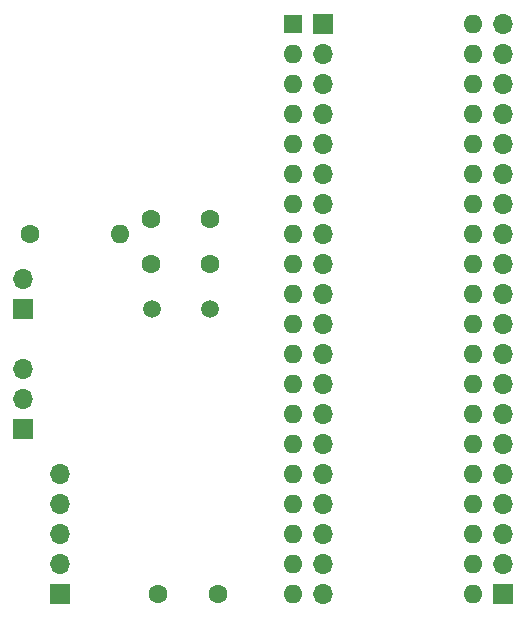
<source format=gbr>
%TF.GenerationSoftware,KiCad,Pcbnew,8.0.3+1*%
%TF.CreationDate,2024-07-31T15:36:37+02:00*%
%TF.ProjectId,QL_diren_keyboard_adapter,514c5f64-6972-4656-9e5f-6b6579626f61,0*%
%TF.SameCoordinates,Original*%
%TF.FileFunction,Copper,L1,Top*%
%TF.FilePolarity,Positive*%
%FSLAX46Y46*%
G04 Gerber Fmt 4.6, Leading zero omitted, Abs format (unit mm)*
G04 Created by KiCad (PCBNEW 8.0.3+1) date 2024-07-31 15:36:37*
%MOMM*%
%LPD*%
G01*
G04 APERTURE LIST*
%TA.AperFunction,ComponentPad*%
%ADD10R,1.600000X1.600000*%
%TD*%
%TA.AperFunction,ComponentPad*%
%ADD11O,1.600000X1.600000*%
%TD*%
%TA.AperFunction,ComponentPad*%
%ADD12R,1.700000X1.700000*%
%TD*%
%TA.AperFunction,ComponentPad*%
%ADD13O,1.700000X1.700000*%
%TD*%
%TA.AperFunction,ComponentPad*%
%ADD14C,1.600000*%
%TD*%
%TA.AperFunction,ComponentPad*%
%ADD15C,1.500000*%
%TD*%
%ADD16C,0.350000*%
G04 APERTURE END LIST*
D10*
%TO.P,U1,1,T0*%
%TO.N,Net-(J1-Pin_1)*%
X101600000Y-63500000D03*
D11*
%TO.P,U1,2,X1*%
%TO.N,Net-(J1-Pin_2)*%
X101600000Y-66040000D03*
%TO.P,U1,3,X2*%
%TO.N,Net-(J1-Pin_3)*%
X101600000Y-68580000D03*
%TO.P,U1,4,~{RESET}*%
%TO.N,Net-(J1-Pin_4)*%
X101600000Y-71120000D03*
%TO.P,U1,5,~{SS}*%
%TO.N,Net-(J1-Pin_5)*%
X101600000Y-73660000D03*
%TO.P,U1,6,~{INT}*%
%TO.N,Net-(J1-Pin_6)*%
X101600000Y-76200000D03*
%TO.P,U1,7,EA*%
%TO.N,Net-(J1-Pin_7)*%
X101600000Y-78740000D03*
%TO.P,U1,8,~{RD}*%
%TO.N,Net-(J1-Pin_8)*%
X101600000Y-81280000D03*
%TO.P,U1,9,~{PSEN}*%
%TO.N,Net-(J1-Pin_9)*%
X101600000Y-83820000D03*
%TO.P,U1,10,~{WR}*%
%TO.N,Net-(J1-Pin_10)*%
X101600000Y-86360000D03*
%TO.P,U1,11,ALE*%
%TO.N,Net-(J1-Pin_11)*%
X101600000Y-88900000D03*
%TO.P,U1,12,DB.0*%
%TO.N,/KBI00*%
X101600000Y-91440000D03*
%TO.P,U1,13,DB.1*%
%TO.N,/KBI01*%
X101600000Y-93980000D03*
%TO.P,U1,14,DB.2*%
%TO.N,/KBI02*%
X101600000Y-96520000D03*
%TO.P,U1,15,DB.3*%
%TO.N,/KBI03*%
X101600000Y-99060000D03*
%TO.P,U1,16,DB.4*%
%TO.N,/KBI04*%
X101600000Y-101600000D03*
%TO.P,U1,17,DB.5*%
%TO.N,/KBI05*%
X101600000Y-104140000D03*
%TO.P,U1,18,DB.6*%
%TO.N,/KBI06*%
X101600000Y-106680000D03*
%TO.P,U1,19,DB.7*%
%TO.N,/KBI07*%
X101600000Y-109220000D03*
%TO.P,U1,20,GND*%
%TO.N,GND*%
X101600000Y-111760000D03*
%TO.P,U1,21,P2.0*%
%TO.N,Net-(J2-Pin_1)*%
X116840000Y-111760000D03*
%TO.P,U1,22,P2.1*%
%TO.N,Net-(J2-Pin_2)*%
X116840000Y-109220000D03*
%TO.P,U1,23,P2.2*%
%TO.N,Net-(J2-Pin_3)*%
X116840000Y-106680000D03*
%TO.P,U1,24,P2.3*%
%TO.N,Net-(J2-Pin_4)*%
X116840000Y-104140000D03*
%TO.P,U1,25,PROG*%
%TO.N,Net-(J2-Pin_5)*%
X116840000Y-101600000D03*
%TO.P,U1,26,Vpp/VDD*%
%TO.N,Net-(J2-Pin_6)*%
X116840000Y-99060000D03*
%TO.P,U1,27,P1.0*%
%TO.N,/KBO00*%
X116840000Y-96520000D03*
%TO.P,U1,28,P1.1*%
%TO.N,/KBO01*%
X116840000Y-93980000D03*
%TO.P,U1,29,P1.2*%
%TO.N,/KBO02*%
X116840000Y-91440000D03*
%TO.P,U1,30,P1.3*%
%TO.N,/KBO03*%
X116840000Y-88900000D03*
%TO.P,U1,31,P1.4*%
%TO.N,/KBO04*%
X116840000Y-86360000D03*
%TO.P,U1,32,P1.5*%
%TO.N,/KBO05*%
X116840000Y-83820000D03*
%TO.P,U1,33,P1.6*%
%TO.N,/KBO06*%
X116840000Y-81280000D03*
%TO.P,U1,34,P1.7*%
%TO.N,/KBO07*%
X116840000Y-78740000D03*
%TO.P,U1,35,P2.4*%
%TO.N,Net-(J2-Pin_15)*%
X116840000Y-76200000D03*
%TO.P,U1,36,P2.5*%
%TO.N,Net-(J2-Pin_16)*%
X116840000Y-73660000D03*
%TO.P,U1,37,P2.6*%
%TO.N,Net-(J2-Pin_17)*%
X116840000Y-71120000D03*
%TO.P,U1,38,P2.7*%
%TO.N,Net-(J2-Pin_18)*%
X116840000Y-68580000D03*
%TO.P,U1,39,T1*%
%TO.N,Net-(J2-Pin_19)*%
X116840000Y-66040000D03*
%TO.P,U1,40,VCC*%
%TO.N,+5V*%
X116840000Y-63500000D03*
%TD*%
D12*
%TO.P,J5,1,Pin_1*%
%TO.N,GND*%
X78740000Y-97790000D03*
D13*
%TO.P,J5,2,Pin_2*%
%TO.N,Net-(J5-Pin_2)*%
X78740000Y-95250000D03*
%TO.P,J5,3,Pin_3*%
%TO.N,+5V*%
X78740000Y-92710000D03*
%TD*%
D14*
%TO.P,C2,1*%
%TO.N,Net-(U2-OSC1{slash}CLKIN)*%
X94615000Y-80010000D03*
%TO.P,C2,2*%
%TO.N,GND*%
X89615000Y-80010000D03*
%TD*%
%TO.P,C1,1*%
%TO.N,Net-(U2-OSC2{slash}CLKOUT)*%
X94615000Y-83820000D03*
%TO.P,C1,2*%
%TO.N,GND*%
X89615000Y-83820000D03*
%TD*%
%TO.P,C3,1*%
%TO.N,+5V*%
X90250000Y-111760000D03*
%TO.P,C3,2*%
%TO.N,GND*%
X95250000Y-111760000D03*
%TD*%
D15*
%TO.P,Y1,1,1*%
%TO.N,Net-(U2-OSC1{slash}CLKIN)*%
X89715000Y-87600000D03*
%TO.P,Y1,2,2*%
%TO.N,Net-(U2-OSC2{slash}CLKOUT)*%
X94615000Y-87600000D03*
%TD*%
D12*
%TO.P,J4,1,Pin_1*%
%TO.N,Net-(J4-Pin_1)*%
X78740000Y-87630000D03*
D13*
%TO.P,J4,2,Pin_2*%
%TO.N,+5V*%
X78740000Y-85090000D03*
%TD*%
D14*
%TO.P,R1,1*%
%TO.N,Net-(J4-Pin_1)*%
X79375000Y-81280000D03*
D11*
%TO.P,R1,2*%
%TO.N,GND*%
X86995000Y-81280000D03*
%TD*%
D12*
%TO.P,J3,1,Pin_1*%
%TO.N,+5V*%
X81915000Y-111760000D03*
D13*
%TO.P,J3,2,Pin_2*%
%TO.N,GND*%
X81915000Y-109220000D03*
%TO.P,J3,3,Pin_3*%
X81915000Y-106680000D03*
%TO.P,J3,4,Pin_4*%
%TO.N,Net-(J3-Pin_4)*%
X81915000Y-104140000D03*
%TO.P,J3,5,Pin_5*%
%TO.N,Net-(J3-Pin_5)*%
X81915000Y-101600000D03*
%TD*%
D12*
%TO.P,J2,1,Pin_1*%
%TO.N,Net-(J2-Pin_1)*%
X119380000Y-111760000D03*
D13*
%TO.P,J2,2,Pin_2*%
%TO.N,Net-(J2-Pin_2)*%
X119380000Y-109220000D03*
%TO.P,J2,3,Pin_3*%
%TO.N,Net-(J2-Pin_3)*%
X119380000Y-106680000D03*
%TO.P,J2,4,Pin_4*%
%TO.N,Net-(J2-Pin_4)*%
X119380000Y-104140000D03*
%TO.P,J2,5,Pin_5*%
%TO.N,Net-(J2-Pin_5)*%
X119380000Y-101600000D03*
%TO.P,J2,6,Pin_6*%
%TO.N,Net-(J2-Pin_6)*%
X119380000Y-99060000D03*
%TO.P,J2,7,Pin_7*%
%TO.N,/KBO00*%
X119380000Y-96520000D03*
%TO.P,J2,8,Pin_8*%
%TO.N,/KBO01*%
X119380000Y-93980000D03*
%TO.P,J2,9,Pin_9*%
%TO.N,/KBO02*%
X119380000Y-91440000D03*
%TO.P,J2,10,Pin_10*%
%TO.N,/KBO03*%
X119380000Y-88900000D03*
%TO.P,J2,11,Pin_11*%
%TO.N,/KBO04*%
X119380000Y-86360000D03*
%TO.P,J2,12,Pin_12*%
%TO.N,/KBO05*%
X119380000Y-83820000D03*
%TO.P,J2,13,Pin_13*%
%TO.N,/KBO06*%
X119380000Y-81280000D03*
%TO.P,J2,14,Pin_14*%
%TO.N,/KBO07*%
X119380000Y-78740000D03*
%TO.P,J2,15,Pin_15*%
%TO.N,Net-(J2-Pin_15)*%
X119380000Y-76200000D03*
%TO.P,J2,16,Pin_16*%
%TO.N,Net-(J2-Pin_16)*%
X119380000Y-73660000D03*
%TO.P,J2,17,Pin_17*%
%TO.N,Net-(J2-Pin_17)*%
X119380000Y-71120000D03*
%TO.P,J2,18,Pin_18*%
%TO.N,Net-(J2-Pin_18)*%
X119380000Y-68580000D03*
%TO.P,J2,19,Pin_19*%
%TO.N,Net-(J2-Pin_19)*%
X119380000Y-66040000D03*
%TO.P,J2,20,Pin_20*%
%TO.N,+5V*%
X119380000Y-63500000D03*
%TD*%
D12*
%TO.P,J1,1,Pin_1*%
%TO.N,Net-(J1-Pin_1)*%
X104140000Y-63500000D03*
D13*
%TO.P,J1,2,Pin_2*%
%TO.N,Net-(J1-Pin_2)*%
X104140000Y-66040000D03*
%TO.P,J1,3,Pin_3*%
%TO.N,Net-(J1-Pin_3)*%
X104140000Y-68580000D03*
%TO.P,J1,4,Pin_4*%
%TO.N,Net-(J1-Pin_4)*%
X104140000Y-71120000D03*
%TO.P,J1,5,Pin_5*%
%TO.N,Net-(J1-Pin_5)*%
X104140000Y-73660000D03*
%TO.P,J1,6,Pin_6*%
%TO.N,Net-(J1-Pin_6)*%
X104140000Y-76200000D03*
%TO.P,J1,7,Pin_7*%
%TO.N,Net-(J1-Pin_7)*%
X104140000Y-78740000D03*
%TO.P,J1,8,Pin_8*%
%TO.N,Net-(J1-Pin_8)*%
X104140000Y-81280000D03*
%TO.P,J1,9,Pin_9*%
%TO.N,Net-(J1-Pin_9)*%
X104140000Y-83820000D03*
%TO.P,J1,10,Pin_10*%
%TO.N,Net-(J1-Pin_10)*%
X104140000Y-86360000D03*
%TO.P,J1,11,Pin_11*%
%TO.N,Net-(J1-Pin_11)*%
X104140000Y-88900000D03*
%TO.P,J1,12,Pin_12*%
%TO.N,/KBI00*%
X104140000Y-91440000D03*
%TO.P,J1,13,Pin_13*%
%TO.N,/KBI01*%
X104140000Y-93980000D03*
%TO.P,J1,14,Pin_14*%
%TO.N,/KBI02*%
X104140000Y-96520000D03*
%TO.P,J1,15,Pin_15*%
%TO.N,/KBI03*%
X104140000Y-99060000D03*
%TO.P,J1,16,Pin_16*%
%TO.N,/KBI04*%
X104140000Y-101600000D03*
%TO.P,J1,17,Pin_17*%
%TO.N,/KBI05*%
X104140000Y-104140000D03*
%TO.P,J1,18,Pin_18*%
%TO.N,/KBI06*%
X104140000Y-106680000D03*
%TO.P,J1,19,Pin_19*%
%TO.N,/KBI07*%
X104140000Y-109220000D03*
%TO.P,J1,20,Pin_20*%
%TO.N,GND*%
X104140000Y-111760000D03*
%TD*%
D16*
X101600000Y-63500000D03*
X101600000Y-66040000D03*
X101600000Y-68580000D03*
X101600000Y-71120000D03*
X101600000Y-73660000D03*
X101600000Y-76200000D03*
X101600000Y-78740000D03*
X101600000Y-81280000D03*
X101600000Y-83820000D03*
X101600000Y-86360000D03*
X101600000Y-88900000D03*
X101600000Y-91440000D03*
X101600000Y-93980000D03*
X101600000Y-96520000D03*
X101600000Y-99060000D03*
X101600000Y-101600000D03*
X101600000Y-104140000D03*
X101600000Y-106680000D03*
X101600000Y-109220000D03*
X101600000Y-111760000D03*
X116840000Y-111760000D03*
X116840000Y-109220000D03*
X116840000Y-106680000D03*
X116840000Y-104140000D03*
X116840000Y-101600000D03*
X116840000Y-99060000D03*
X116840000Y-96520000D03*
X116840000Y-93980000D03*
X116840000Y-91440000D03*
X116840000Y-88900000D03*
X116840000Y-86360000D03*
X116840000Y-83820000D03*
X116840000Y-81280000D03*
X116840000Y-78740000D03*
X116840000Y-76200000D03*
X116840000Y-73660000D03*
X116840000Y-71120000D03*
X116840000Y-68580000D03*
X116840000Y-66040000D03*
X116840000Y-63500000D03*
X78740000Y-97790000D03*
X78740000Y-95250000D03*
X78740000Y-92710000D03*
X94615000Y-80010000D03*
X89615000Y-80010000D03*
X94615000Y-83820000D03*
X89615000Y-83820000D03*
X90250000Y-111760000D03*
X95250000Y-111760000D03*
X89715000Y-87600000D03*
X94615000Y-87600000D03*
X78740000Y-87630000D03*
X78740000Y-85090000D03*
X79375000Y-81280000D03*
X86995000Y-81280000D03*
X81915000Y-111760000D03*
X81915000Y-109220000D03*
X81915000Y-106680000D03*
X81915000Y-104140000D03*
X81915000Y-101600000D03*
X119380000Y-111760000D03*
X119380000Y-109220000D03*
X119380000Y-106680000D03*
X119380000Y-104140000D03*
X119380000Y-101600000D03*
X119380000Y-99060000D03*
X119380000Y-96520000D03*
X119380000Y-93980000D03*
X119380000Y-91440000D03*
X119380000Y-88900000D03*
X119380000Y-86360000D03*
X119380000Y-83820000D03*
X119380000Y-81280000D03*
X119380000Y-78740000D03*
X119380000Y-76200000D03*
X119380000Y-73660000D03*
X119380000Y-71120000D03*
X119380000Y-68580000D03*
X119380000Y-66040000D03*
X119380000Y-63500000D03*
X104140000Y-63500000D03*
X104140000Y-66040000D03*
X104140000Y-68580000D03*
X104140000Y-71120000D03*
X104140000Y-73660000D03*
X104140000Y-76200000D03*
X104140000Y-78740000D03*
X104140000Y-81280000D03*
X104140000Y-83820000D03*
X104140000Y-86360000D03*
X104140000Y-88900000D03*
X104140000Y-91440000D03*
X104140000Y-93980000D03*
X104140000Y-96520000D03*
X104140000Y-99060000D03*
X104140000Y-101600000D03*
X104140000Y-104140000D03*
X104140000Y-106680000D03*
X104140000Y-109220000D03*
X104140000Y-111760000D03*
M02*

</source>
